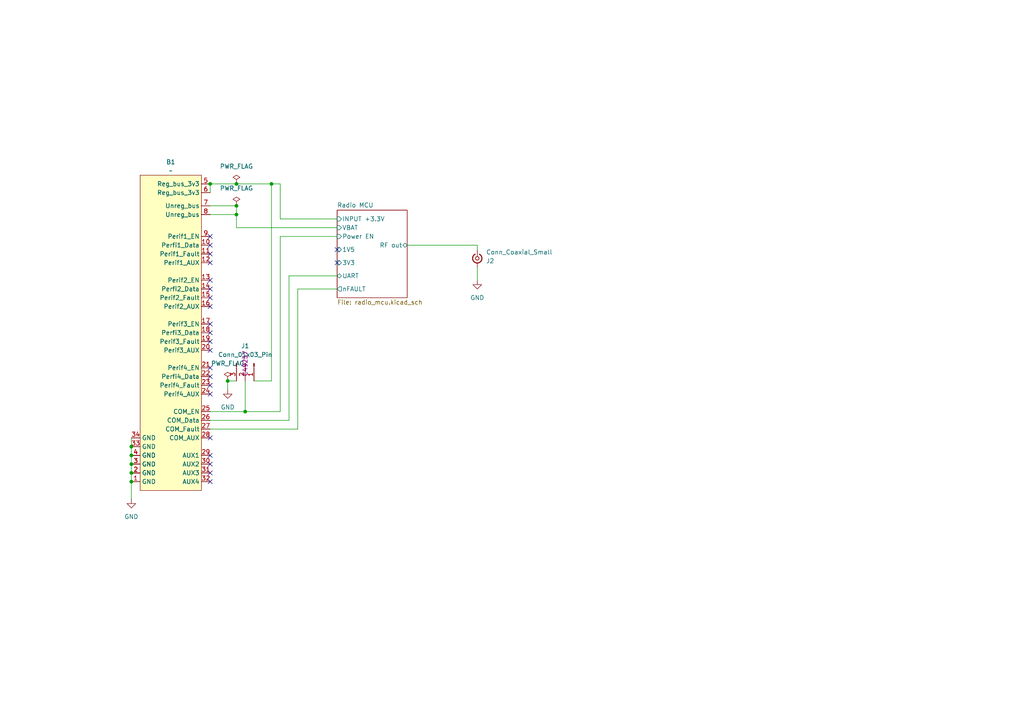
<source format=kicad_sch>
(kicad_sch (version 20250114) (generator "eeschema") (generator_version "9.0")
  (paper "A4")
  (lib_symbols
    (symbol "Connector:Conn_01x03_Pin" (pin_names (offset 1.016) (hide yes))
      (property "Reference" "J" (at 0 5.08 0))
      (property "Value" "Conn_01x03_Pin" (at 0 -5.08 0))
      (symbol "Conn_01x03_Pin_1_1"
        (rectangle (start 0.8636 2.667) (end 0 2.413) (stroke (width 0.1524)) (fill (type outline)))
        (rectangle (start 0.8636 0.127) (end 0 -0.127) (stroke (width 0.1524)) (fill (type outline)))
        (rectangle (start 0.8636 -2.413) (end 0 -2.667) (stroke (width 0.1524)) (fill (type outline)))
        (polyline (pts (xy 1.27 2.54) (xy 0.8636 2.54)) (stroke (width 0.1524)))
        (polyline (pts (xy 1.27 0) (xy 0.8636 0)) (stroke (width 0.1524)))
        (polyline (pts (xy 1.27 -2.54) (xy 0.8636 -2.54)) (stroke (width 0.1524)))
        (pin passive line (at 5.08 2.54 180) (length 3.81) (name "Pin_1") (number "1"))
        (pin passive line (at 5.08 0 180) (length 3.81) (name "Pin_2") (number "2"))
        (pin passive line (at 5.08 -2.54 180) (length 3.81) (name "Pin_3") (number "3"))
      )
    )
    (symbol "Connector:Conn_Coaxial_Small" (pin_numbers (hide yes)) (pin_names (offset 1.016) (hide yes))
      (property "Reference" "J" (at 0.254 3.048 0))
      (property "Value" "Conn_Coaxial_Small" (at 0 -3.81 0))
      (symbol "Conn_Coaxial_Small_0_1"
        (polyline (pts (xy -2.54 0) (xy -0.508 0)))
        (circle (center 0 0) (radius 0.508) (stroke (width 0.2032)))
      )
      (symbol "Conn_Coaxial_Small_1_1"
        (arc (start 1.3484 0.0039) (mid 0.327 -1.308) (end -1.1916 -0.6311) (stroke (width 0.3048)))
        (arc (start -1.1916 0.6311) (mid 0.327 1.3081) (end 1.3484 -0.0039) (stroke (width 0.3048)))
        (pin passive line (at -2.54 0 0) (length 1.27) (name "In") (number "1"))
        (pin passive line (at 2.54 0 180) (length 1.27) (name "Ext") (number "2"))
      )
    )
    (symbol "TiSat:Bus"
      (property "Reference" "B" (at -1.27 12.7 0))
      (symbol "Bus_1_1"
        (rectangle (start -7.62 8.89) (end 10.16 -82.55) (fill (type background)))
        (pin input line (at -10.16 6.35 0) (length 2.54) (name "Reg_bus_3v3") (number "5"))
        (pin input line (at -10.16 3.81 0) (length 2.54) (name "Reg_bus_3v3") (number "6"))
        (pin input line (at -10.16 0 0) (length 2.54) (name "Unreg_bus") (number "7"))
        (pin input line (at -10.16 -2.54 0) (length 2.54) (name "Unreg_bus") (number "8"))
        (pin input line (at -10.16 -8.89 0) (length 2.54) (name "Perif1_EN") (number "9"))
        (pin input line (at -10.16 -11.43 0) (length 2.54) (name "Perfi1_Data") (number "10"))
        (pin input line (at -10.16 -13.97 0) (length 2.54) (name "Perif1_Fault") (number "11"))
        (pin input line (at -10.16 -16.51 0) (length 2.54) (name "Perif1_AUX") (number "12"))
        (pin input line (at -10.16 -21.59 0) (length 2.54) (name "Perif2_EN") (number "13"))
        (pin input line (at -10.16 -24.13 0) (length 2.54) (name "Perfi2_Data") (number "14"))
        (pin input line (at -10.16 -26.67 0) (length 2.54) (name "Perif2_Fault") (number "15"))
        (pin input line (at -10.16 -29.21 0) (length 2.54) (name "Perif2_AUX") (number "16"))
        (pin input line (at -10.16 -34.29 0) (length 2.54) (name "Perif3_EN") (number "17"))
        (pin input line (at -10.16 -36.83 0) (length 2.54) (name "Perfi3_Data") (number "18"))
        (pin input line (at -10.16 -39.37 0) (length 2.54) (name "Perif3_Fault") (number "19"))
        (pin input line (at -10.16 -41.91 0) (length 2.54) (name "Perif3_AUX") (number "20"))
        (pin input line (at -10.16 -46.99 0) (length 2.54) (name "Perif4_EN") (number "21"))
        (pin input line (at -10.16 -49.53 0) (length 2.54) (name "Perfi4_Data") (number "22"))
        (pin input line (at -10.16 -52.07 0) (length 2.54) (name "Perif4_Fault") (number "23"))
        (pin input line (at -10.16 -54.61 0) (length 2.54) (name "Perif4_AUX") (number "24"))
        (pin input line (at -10.16 -59.69 0) (length 2.54) (name "COM_EN") (number "25"))
        (pin input line (at -10.16 -62.23 0) (length 2.54) (name "COM_Data") (number "26"))
        (pin input line (at -10.16 -64.77 0) (length 2.54) (name "COM_Fault") (number "27"))
        (pin input line (at -10.16 -67.31 0) (length 2.54) (name "COM_AUX") (number "28"))
        (pin input line (at -10.16 -72.39 0) (length 2.54) (name "AUX1") (number "29"))
        (pin input line (at -10.16 -74.93 0) (length 2.54) (name "AUX2") (number "30"))
        (pin input line (at -10.16 -77.47 0) (length 2.54) (name "AUX3") (number "31"))
        (pin input line (at -10.16 -80.01 0) (length 2.54) (name "AUX4") (number "32"))
        (pin input line (at 12.7 -67.31 180) (length 2.54) (name "GND") (number "34"))
        (pin input line (at 12.7 -69.85 180) (length 2.54) (name "GND") (number "33"))
        (pin input line (at 12.7 -72.39 180) (length 2.54) (name "GND") (number "4"))
        (pin input line (at 12.7 -72.39 180) (length 2.54) (name "GND") (number "4"))
        (pin input line (at 12.7 -74.93 180) (length 2.54) (name "GND") (number "3"))
        (pin input line (at 12.7 -74.93 180) (length 2.54) (name "GND") (number "3"))
        (pin input line (at 12.7 -77.47 180) (length 2.54) (name "GND") (number "2"))
        (pin input line (at 12.7 -77.47 180) (length 2.54) (name "GND") (number "2"))
        (pin input line (at 12.7 -80.01 180) (length 2.54) (name "GND") (number "1"))
      )
    )
    (symbol "power:GND" (power) (pin_numbers (hide yes)) (pin_names (offset 0) (hide yes))
      (property "Value" "GND" (at 0 -3.81 0))
      (symbol "GND_0_1"
        (polyline (pts (xy 0 0) (xy 0 -1.27) (xy 1.27 -1.27) (xy 0 -2.54) (xy -1.27 -1.27) (xy 0 -1.27)))
      )
      (symbol "GND_1_1"
        (pin power_in line (at 0 0 270) (length 0) (name "~") (number "1"))
      )
    )
    (symbol "power:PWR_FLAG" (power) (pin_numbers (hide yes)) (pin_names (offset 0) (hide yes))
      (property "Value" "PWR_FLAG" (at 0 3.81 0))
      (symbol "PWR_FLAG_0_0"
        (pin power_out line (at 0 0 90) (length 0) (name "~") (number "1"))
      )
      (symbol "PWR_FLAG_0_1"
        (polyline (pts (xy 0 0) (xy 0 1.27) (xy -1.016 1.905) (xy 0 2.54) (xy 1.016 1.905) (xy 0 1.27)))
      )
    )
  )
  (junction (at 71.12 119.38))
  (junction (at 68.58 62.23))
  (junction (at 60.96 53.34))
  (junction (at 66.04 110.49))
  (junction (at 38.1 134.62))
  (junction (at 38.1 129.54))
  (junction (at 38.1 132.08))
  (junction (at 78.74 53.34))
  (junction (at 38.1 139.7))
  (junction (at 68.58 59.69))
  (junction (at 38.1 137.16))
  (junction (at 68.58 53.34))
  (no_connect (at 60.96 101.6))
  (no_connect (at 60.96 71.12))
  (no_connect (at 60.96 83.82))
  (no_connect (at 60.96 68.58))
  (no_connect (at 60.96 127))
  (no_connect (at 60.96 109.22))
  (no_connect (at 60.96 132.08))
  (no_connect (at 60.96 73.66))
  (no_connect (at 60.96 137.16))
  (no_connect (at 60.96 106.68))
  (no_connect (at 60.96 76.2))
  (no_connect (at 97.79 76.2))
  (no_connect (at 60.96 81.28))
  (no_connect (at 60.96 111.76))
  (no_connect (at 97.79 72.39))
  (no_connect (at 60.96 96.52))
  (no_connect (at 60.96 99.06))
  (no_connect (at 60.96 93.98))
  (no_connect (at 60.96 114.3))
  (no_connect (at 60.96 139.7))
  (no_connect (at 60.96 88.9))
  (no_connect (at 60.96 86.36))
  (no_connect (at 60.96 134.62))
  (wire (pts (xy 38.1 139.7) (xy 38.1 144.78)))
  (wire (pts (xy 60.96 121.92) (xy 83.82 121.92)))
  (wire (pts (xy 68.58 110.49) (xy 66.04 110.49)))
  (wire (pts (xy 138.43 77.47) (xy 138.43 81.28)))
  (wire (pts (xy 68.58 53.34) (xy 78.74 53.34)))
  (wire (pts (xy 66.04 110.49) (xy 66.04 113.03)))
  (wire (pts (xy 138.43 71.12) (xy 138.43 72.39)))
  (wire (pts (xy 68.58 66.04) (xy 68.58 62.23)))
  (wire (pts (xy 78.74 110.49) (xy 73.66 110.49)))
  (wire (pts (xy 38.1 132.08) (xy 38.1 134.62)))
  (wire (pts (xy 81.28 63.5) (xy 81.28 53.34)))
  (wire (pts (xy 71.12 119.38) (xy 71.12 110.49)))
  (wire (pts (xy 78.74 53.34) (xy 78.74 110.49)))
  (wire (pts (xy 83.82 80.01) (xy 97.79 80.01)))
  (wire (pts (xy 68.58 59.69) (xy 60.96 59.69)))
  (wire (pts (xy 81.28 53.34) (xy 78.74 53.34)))
  (wire (pts (xy 118.11 71.12) (xy 138.43 71.12)))
  (wire (pts (xy 38.1 137.16) (xy 38.1 139.7)))
  (wire (pts (xy 38.1 134.62) (xy 38.1 137.16)))
  (wire (pts (xy 81.28 68.58) (xy 81.28 119.38)))
  (wire (pts (xy 71.12 119.38) (xy 81.28 119.38)))
  (wire (pts (xy 38.1 127) (xy 38.1 129.54)))
  (wire (pts (xy 97.79 66.04) (xy 68.58 66.04)))
  (wire (pts (xy 97.79 63.5) (xy 81.28 63.5)))
  (wire (pts (xy 60.96 53.34) (xy 68.58 53.34)))
  (wire (pts (xy 60.96 62.23) (xy 68.58 62.23)))
  (wire (pts (xy 68.58 62.23) (xy 68.58 59.69)))
  (wire (pts (xy 97.79 68.58) (xy 81.28 68.58)))
  (wire (pts (xy 83.82 121.92) (xy 83.82 80.01)))
  (wire (pts (xy 60.96 119.38) (xy 71.12 119.38)))
  (wire (pts (xy 38.1 129.54) (xy 38.1 132.08)))
  (wire (pts (xy 86.36 124.46) (xy 60.96 124.46)))
  (wire (pts (xy 60.96 53.34) (xy 60.96 55.88)))
  (wire (pts (xy 97.79 83.82) (xy 86.36 83.82)))
  (wire (pts (xy 86.36 83.82) (xy 86.36 124.46)))
  (symbol (lib_id "TiSat:Bus") (at 50.8 59.69 0) (mirror y) (unit 1)
    (property "Reference" "B1" (at 49.53 46.99 0))
    (property "Value" "~" (at 49.53 49.53 0))
    (property "Footprint" "Connector_IDC:IDC-Header_2x17_P2.54mm_Horizontal" (effects (hide yes)))
  )
  (symbol (lib_id "Connector:Conn_Coaxial_Small") (at 138.43 74.93 90) (mirror x) (unit 1)
    (property "Reference" "J2" (at 140.97 75.6806 90) (effects (justify right)))
    (property "Value" "Conn_Coaxial_Small" (at 140.97 73.1406 90) (effects (justify right)))
    (property "Footprint" "Connector_Coaxial:SMA_Samtec_SMA-J-P-H-ST-EM1_EdgeMount" (effects (hide yes)))
    (property "Description" "small coaxial connector (BNC, SMA, SMB, SMC, Cinch/RCA, LEMO, ...)" (effects (hide yes)))
  )
  (symbol (lib_id "power:GND") (at 138.43 81.28 0) (unit 1)
    (property "Reference" "#PWR02" (effects (hide yes)))
    (property "Value" "GND" (at 138.43 86.36 0))
    (property "Description" "Power symbol creates a global label with name \"GND\" , ground" (effects (hide yes)))
  )
  (symbol (lib_id "power:PWR_FLAG") (at 68.58 59.69 0) (unit 1)
    (property "Reference" "#FLG04" (effects (hide yes)))
    (property "Value" "PWR_FLAG" (at 68.58 54.61 0))
    (property "Description" "Special symbol for telling ERC where power comes from" (effects (hide yes)))
  )
  (symbol (lib_id "power:PWR_FLAG") (at 66.04 110.49 0) (unit 1)
    (property "Reference" "#FLG05" (effects (hide yes)))
    (property "Value" "PWR_FLAG" (at 66.04 105.41 0))
    (property "Description" "Special symbol for telling ERC where power comes from" (effects (hide yes)))
  )
  (symbol (lib_id "power:GND") (at 66.04 113.03 0) (unit 1)
    (property "Reference" "#PWR01" (effects (hide yes)))
    (property "Value" "GND" (at 66.04 118.11 0))
    (property "Description" "Power symbol creates a global label with name \"GND\" , ground" (effects (hide yes)))
  )
  (symbol (lib_id "Connector:Conn_01x03_Pin") (at 71.12 105.41 270) (unit 1)
    (property "Reference" "J1" (at 71.12 100.33 90))
    (property "Value" "Conn_01x03_Pin" (at 71.12 102.87 90))
    (property "Footprint" "Connector_PinHeader_2.54mm:PinHeader_1x03_P2.54mm_Vertical" (effects (hide yes)))
    (property "Description" "Generic connector, single row, 01x03, script generated" (effects (hide yes)))
    (property "LCSC" "C49257" (at 71.12 105.41 0))
  )
  (symbol (lib_id "power:PWR_FLAG") (at 68.58 53.34 0) (unit 1)
    (property "Reference" "#FLG02" (effects (hide yes)))
    (property "Value" "PWR_FLAG" (at 68.58 48.26 0))
    (property "Description" "Special symbol for telling ERC where power comes from" (effects (hide yes)))
  )
  (symbol (lib_id "power:GND") (at 38.1 144.78 0) (unit 1)
    (property "Reference" "#PWR030" (effects (hide yes)))
    (property "Value" "GND" (at 38.1 149.86 0))
    (property "Description" "Power symbol creates a global label with name \"GND\" , ground" (effects (hide yes)))
  )
  (sheet (at 97.79 60.96) (size 20.32 25.4) (stroke (width 0.1524))
    (property "Sheetname" "Radio MCU" (at 97.79 60.2484 0) (effects (justify left bottom)))
    (property "Sheetfile" "radio_mcu.kicad_sch" (at 97.79 86.9446 0) (effects (justify left top)))
    (pin "Power EN" input (at 97.79 68.58 180))
    (pin "RF out" bidirectional (at 118.11 71.12 0))
    (pin "UART" bidirectional (at 97.79 80.01 180))
    (pin "1V5" input (at 97.79 72.39 180))
    (pin "3V3" input (at 97.79 76.2 180))
    (pin "INPUT +3.3V" input (at 97.79 63.5 180))
    (pin "nFAULT" output (at 97.79 83.82 180))
    (pin "VBAT" input (at 97.79 66.04 180))
  )
)
</source>
